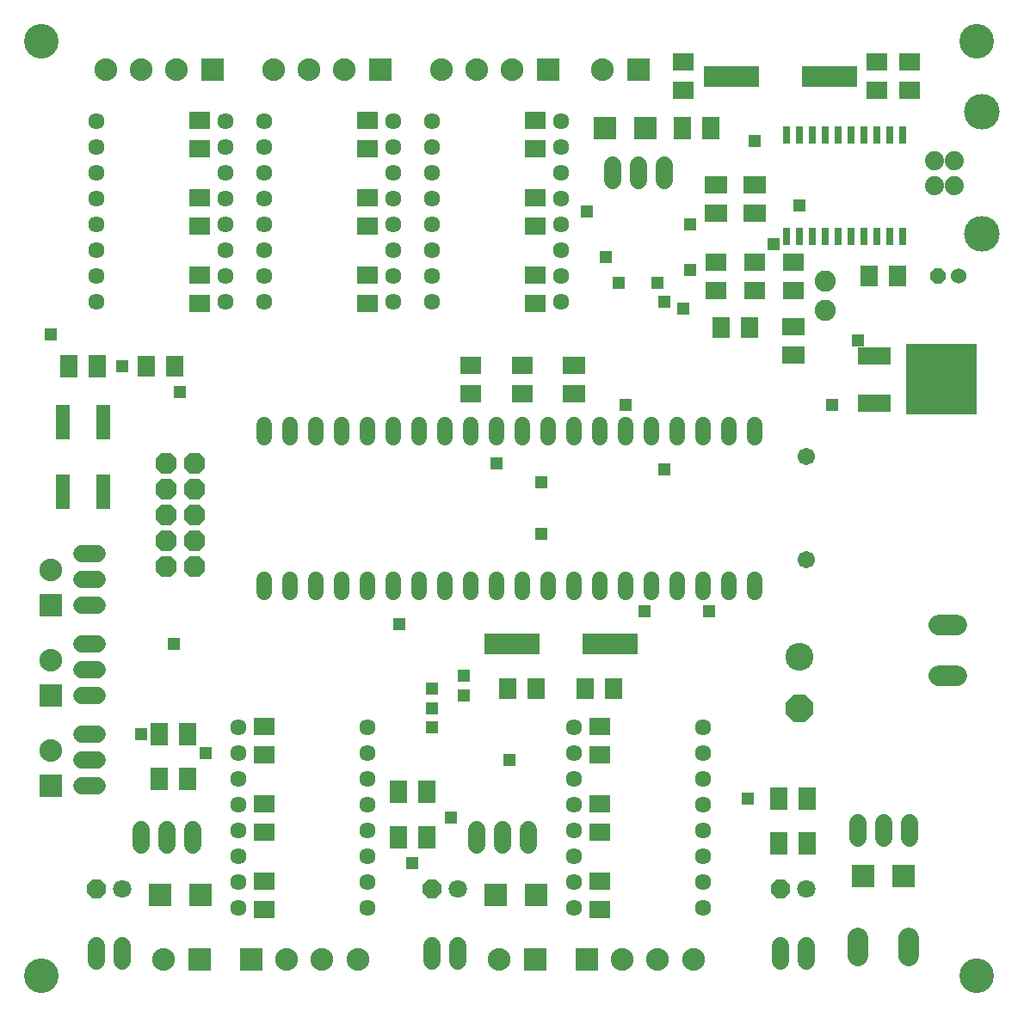
<source format=gts>
G75*
G70*
%OFA0B0*%
%FSLAX24Y24*%
%IPPOS*%
%LPD*%
%AMOC8*
5,1,8,0,0,1.08239X$1,22.5*
%
%ADD10R,0.0316X0.0671*%
%ADD11R,0.2180X0.0840*%
%ADD12R,0.0789X0.0710*%
%ADD13C,0.0740*%
%ADD14C,0.1380*%
%ADD15R,0.0710X0.0789*%
%ADD16R,0.0710X0.0867*%
%ADD17R,0.0790X0.0710*%
%ADD18R,0.0867X0.0710*%
%ADD19C,0.0600*%
%ADD20C,0.0671*%
%ADD21C,0.1080*%
%ADD22OC8,0.1080*%
%ADD23OC8,0.0600*%
%ADD24C,0.0600*%
%ADD25OC8,0.0820*%
%ADD26C,0.0820*%
%ADD27R,0.0552X0.1340*%
%ADD28R,0.2718X0.2718*%
%ADD29R,0.1261X0.0710*%
%ADD30C,0.0785*%
%ADD31R,0.0867X0.0867*%
%ADD32R,0.0880X0.0880*%
%ADD33C,0.0880*%
%ADD34C,0.0680*%
%ADD35OC8,0.0710*%
%ADD36C,0.0710*%
%ADD37C,0.0674*%
%ADD38C,0.0634*%
%ADD39C,0.1340*%
%ADD40R,0.0476X0.0476*%
D10*
X035066Y033632D03*
X035566Y033632D03*
X036066Y033632D03*
X036566Y033632D03*
X037066Y033632D03*
X037566Y033632D03*
X038066Y033632D03*
X038566Y033632D03*
X039066Y033632D03*
X039566Y033632D03*
X039566Y037569D03*
X039066Y037569D03*
X038566Y037569D03*
X038066Y037569D03*
X037566Y037569D03*
X037066Y037569D03*
X036566Y037569D03*
X036066Y037569D03*
X035566Y037569D03*
X035066Y037569D03*
D11*
X036716Y039851D03*
X032916Y039851D03*
X028216Y017851D03*
X024416Y017851D03*
D12*
X027816Y014652D03*
X027816Y013549D03*
X027816Y011652D03*
X027816Y010549D03*
X027816Y008652D03*
X027816Y007549D03*
X014816Y007549D03*
X014816Y008652D03*
X014816Y010549D03*
X014816Y011652D03*
X014816Y013549D03*
X014816Y014652D03*
X022816Y027549D03*
X022816Y028652D03*
X024816Y028652D03*
X024816Y027549D03*
X025316Y031049D03*
X025316Y032152D03*
X025316Y034049D03*
X025316Y035152D03*
X025316Y037049D03*
X025316Y038152D03*
X031066Y039299D03*
X031066Y040402D03*
X038566Y040402D03*
X039816Y040402D03*
X039816Y039299D03*
X038566Y039299D03*
X018816Y038152D03*
X018816Y037049D03*
X018816Y035152D03*
X018816Y034049D03*
X018816Y032152D03*
X018816Y031049D03*
X012316Y031049D03*
X012316Y032152D03*
X012316Y034049D03*
X012316Y035152D03*
X012316Y037049D03*
X012316Y038152D03*
D13*
X040786Y036593D03*
X041566Y036593D03*
X041566Y035609D03*
X040786Y035609D03*
D14*
X042636Y033731D03*
X042636Y038471D03*
D15*
X039367Y032101D03*
X038265Y032101D03*
X033617Y030101D03*
X032515Y030101D03*
X028367Y016101D03*
X027265Y016101D03*
X025367Y016101D03*
X024265Y016101D03*
X011367Y028601D03*
X010265Y028601D03*
D16*
X008367Y028601D03*
X007265Y028601D03*
X010765Y014351D03*
X011867Y014351D03*
X011867Y012601D03*
X010765Y012601D03*
X020015Y012101D03*
X021117Y012101D03*
X021117Y010351D03*
X020015Y010351D03*
X034765Y010101D03*
X035867Y010101D03*
X035867Y011851D03*
X034765Y011851D03*
X032117Y037851D03*
X031015Y037851D03*
D17*
X032316Y032660D03*
X032316Y031541D03*
X033816Y031541D03*
X033816Y032660D03*
X035316Y032660D03*
X035316Y031541D03*
D18*
X035316Y030152D03*
X035316Y029049D03*
X033816Y034549D03*
X033816Y035652D03*
X032316Y035652D03*
X032316Y034549D03*
X026816Y028652D03*
X026816Y027549D03*
D19*
X026816Y026361D02*
X026816Y025841D01*
X025816Y025841D02*
X025816Y026361D01*
X024816Y026361D02*
X024816Y025841D01*
X023816Y025841D02*
X023816Y026361D01*
X022816Y026361D02*
X022816Y025841D01*
X021816Y025841D02*
X021816Y026361D01*
X020816Y026361D02*
X020816Y025841D01*
X019816Y025841D02*
X019816Y026361D01*
X018816Y026361D02*
X018816Y025841D01*
X017816Y025841D02*
X017816Y026361D01*
X016816Y026361D02*
X016816Y025841D01*
X015816Y025841D02*
X015816Y026361D01*
X014816Y026361D02*
X014816Y025841D01*
X014816Y020361D02*
X014816Y019841D01*
X015816Y019841D02*
X015816Y020361D01*
X016816Y020361D02*
X016816Y019841D01*
X017816Y019841D02*
X017816Y020361D01*
X018816Y020361D02*
X018816Y019841D01*
X019816Y019841D02*
X019816Y020361D01*
X020816Y020361D02*
X020816Y019841D01*
X021816Y019841D02*
X021816Y020361D01*
X022816Y020361D02*
X022816Y019841D01*
X023816Y019841D02*
X023816Y020361D01*
X024816Y020361D02*
X024816Y019841D01*
X025816Y019841D02*
X025816Y020361D01*
X026816Y020361D02*
X026816Y019841D01*
X027816Y019841D02*
X027816Y020361D01*
X028816Y020361D02*
X028816Y019841D01*
X029816Y019841D02*
X029816Y020361D01*
X030816Y020361D02*
X030816Y019841D01*
X031816Y019841D02*
X031816Y020361D01*
X032816Y020361D02*
X032816Y019841D01*
X033816Y019841D02*
X033816Y020361D01*
X033816Y025841D02*
X033816Y026361D01*
X032816Y026361D02*
X032816Y025841D01*
X031816Y025841D02*
X031816Y026361D01*
X030816Y026361D02*
X030816Y025841D01*
X029816Y025841D02*
X029816Y026361D01*
X028816Y026361D02*
X028816Y025841D01*
X027816Y025841D02*
X027816Y026361D01*
D20*
X035816Y025101D03*
X035816Y021101D03*
D21*
X035566Y017351D03*
D22*
X035566Y015351D03*
D23*
X040916Y032101D03*
D24*
X041716Y032101D03*
D25*
X012116Y024851D03*
X012116Y023851D03*
X012116Y022851D03*
X012116Y021851D03*
X011016Y021851D03*
X011016Y022851D03*
X011016Y023851D03*
X011016Y024851D03*
X011016Y020851D03*
X012116Y020851D03*
D26*
X036566Y030781D03*
X036566Y031921D03*
D27*
X008603Y026439D03*
X007028Y026439D03*
X007028Y023762D03*
X008603Y023762D03*
D28*
X041066Y028101D03*
D29*
X038448Y029006D03*
X038448Y027195D03*
D30*
X040963Y018585D02*
X041668Y018585D01*
X041668Y016616D02*
X040963Y016616D01*
X039800Y006453D02*
X039800Y005748D01*
X037831Y005748D02*
X037831Y006453D01*
D31*
X038028Y008851D03*
X039603Y008851D03*
X025353Y008101D03*
X023778Y008101D03*
X012353Y008101D03*
X010778Y008101D03*
X028028Y037851D03*
X029603Y037851D03*
D32*
X029316Y040101D03*
X025816Y040101D03*
X019316Y040101D03*
X012816Y040101D03*
X006566Y019351D03*
X006566Y015851D03*
X006566Y012351D03*
X012316Y005601D03*
X014316Y005601D03*
X025316Y005601D03*
X027316Y005601D03*
D33*
X028694Y005601D03*
X030072Y005601D03*
X031450Y005601D03*
X023938Y005601D03*
X018450Y005601D03*
X017072Y005601D03*
X015694Y005601D03*
X010938Y005601D03*
X006566Y013729D03*
X006566Y017229D03*
X006566Y020729D03*
X008682Y040101D03*
X010060Y040101D03*
X011438Y040101D03*
X015182Y040101D03*
X016560Y040101D03*
X017938Y040101D03*
X021682Y040101D03*
X023060Y040101D03*
X024438Y040101D03*
X027938Y040101D03*
D34*
X028316Y036401D02*
X028316Y035801D01*
X029316Y035801D02*
X029316Y036401D01*
X030316Y036401D02*
X030316Y035801D01*
X037816Y010901D02*
X037816Y010301D01*
X038816Y010301D02*
X038816Y010901D01*
X039816Y010901D02*
X039816Y010301D01*
X025066Y010051D02*
X025066Y010651D01*
X024066Y010651D02*
X024066Y010051D01*
X023066Y010051D02*
X023066Y010651D01*
X012066Y010651D02*
X012066Y010051D01*
X011066Y010051D02*
X011066Y010651D01*
X010066Y010651D02*
X010066Y010051D01*
D35*
X008316Y008351D03*
X021316Y008351D03*
X034816Y008351D03*
D36*
X035816Y008351D03*
X022316Y008351D03*
X009316Y008351D03*
D37*
X009316Y006148D02*
X009316Y005554D01*
X008316Y005554D02*
X008316Y006148D01*
X008363Y012351D02*
X007769Y012351D01*
X007769Y013351D02*
X008363Y013351D01*
X008363Y014351D02*
X007769Y014351D01*
X007769Y015851D02*
X008363Y015851D01*
X008363Y016851D02*
X007769Y016851D01*
X007769Y017851D02*
X008363Y017851D01*
X008363Y019351D02*
X007769Y019351D01*
X007769Y020351D02*
X008363Y020351D01*
X008363Y021351D02*
X007769Y021351D01*
X021316Y006148D02*
X021316Y005554D01*
X022316Y005554D02*
X022316Y006148D01*
X034816Y006148D02*
X034816Y005554D01*
X035816Y005554D02*
X035816Y006148D01*
D38*
X031816Y007601D03*
X031816Y008601D03*
X031816Y009601D03*
X031816Y010601D03*
X031816Y011601D03*
X031816Y012601D03*
X031816Y013601D03*
X031816Y014601D03*
X026816Y014601D03*
X026816Y013601D03*
X026816Y012601D03*
X026816Y011601D03*
X026816Y010601D03*
X026816Y009601D03*
X026816Y008601D03*
X026816Y007601D03*
X018816Y007601D03*
X018816Y008601D03*
X018816Y009601D03*
X018816Y010601D03*
X018816Y011601D03*
X018816Y012601D03*
X018816Y013601D03*
X018816Y014601D03*
X013816Y014601D03*
X013816Y013601D03*
X013816Y012601D03*
X013816Y011601D03*
X013816Y010601D03*
X013816Y009601D03*
X013816Y008601D03*
X013816Y007601D03*
X013316Y031101D03*
X013316Y032101D03*
X013316Y033101D03*
X013316Y034101D03*
X013316Y035101D03*
X013316Y036101D03*
X013316Y037101D03*
X013316Y038101D03*
X014816Y038101D03*
X014816Y037101D03*
X014816Y036101D03*
X014816Y035101D03*
X014816Y034101D03*
X014816Y033101D03*
X014816Y032101D03*
X014816Y031101D03*
X019816Y031101D03*
X019816Y032101D03*
X019816Y033101D03*
X019816Y034101D03*
X019816Y035101D03*
X019816Y036101D03*
X019816Y037101D03*
X019816Y038101D03*
X021316Y038101D03*
X021316Y037101D03*
X021316Y036101D03*
X021316Y035101D03*
X021316Y034101D03*
X021316Y033101D03*
X021316Y032101D03*
X021316Y031101D03*
X026316Y031101D03*
X026316Y032101D03*
X026316Y033101D03*
X026316Y034101D03*
X026316Y035101D03*
X026316Y036101D03*
X026316Y037101D03*
X026316Y038101D03*
X008316Y038101D03*
X008316Y037101D03*
X008316Y036101D03*
X008316Y035101D03*
X008316Y034101D03*
X008316Y033101D03*
X008316Y032101D03*
X008316Y031101D03*
D39*
X006206Y004990D03*
X042426Y004990D03*
X042426Y041211D03*
X006206Y041211D03*
D40*
X006566Y029851D03*
X009316Y028601D03*
X011566Y027601D03*
X020066Y018601D03*
X021316Y016101D03*
X021316Y015351D03*
X021316Y014601D03*
X022566Y015851D03*
X022566Y016601D03*
X024316Y013351D03*
X022066Y011101D03*
X020566Y009351D03*
X012566Y013601D03*
X010066Y014351D03*
X011316Y017851D03*
X023816Y024851D03*
X025566Y024101D03*
X025566Y022101D03*
X029566Y019101D03*
X032066Y019101D03*
X030316Y024601D03*
X028816Y027101D03*
X031066Y030851D03*
X030316Y031101D03*
X030066Y031851D03*
X031316Y032351D03*
X031316Y034101D03*
X034566Y033351D03*
X035566Y034851D03*
X033816Y037351D03*
X028066Y032851D03*
X028566Y031851D03*
X027316Y034601D03*
X036816Y027101D03*
X037816Y029601D03*
X033566Y011851D03*
M02*

</source>
